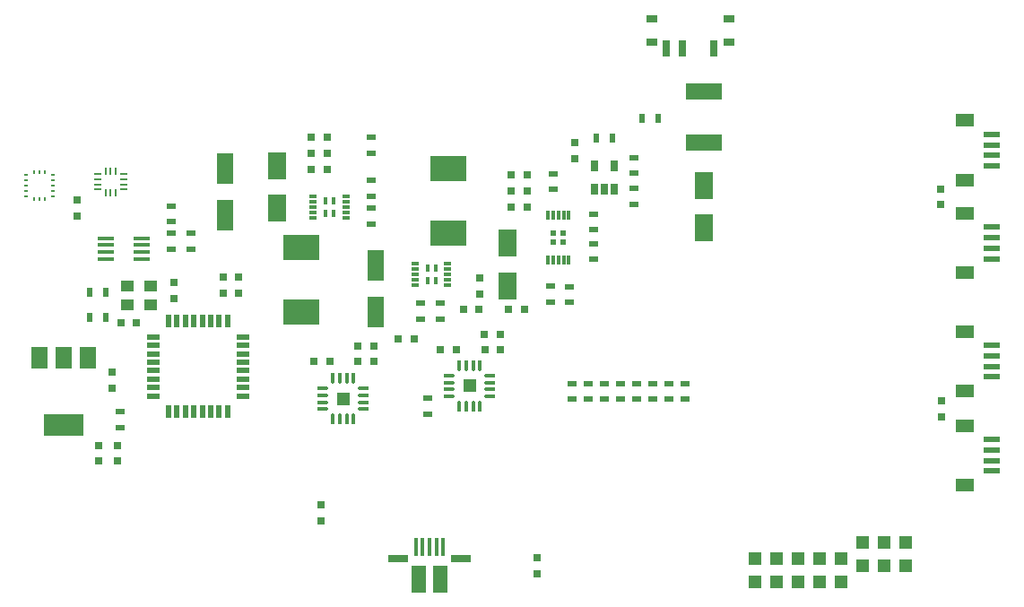
<source format=gbr>
G04 #@! TF.GenerationSoftware,KiCad,Pcbnew,(5.0.0)*
G04 #@! TF.CreationDate,2020-08-12T20:03:17-04:00*
G04 #@! TF.ProjectId,Temple_RPi_HAT,54656D706C655F5250695F4841542E6B,rev?*
G04 #@! TF.SameCoordinates,Original*
G04 #@! TF.FileFunction,Paste,Top*
G04 #@! TF.FilePolarity,Positive*
%FSLAX46Y46*%
G04 Gerber Fmt 4.6, Leading zero omitted, Abs format (unit mm)*
G04 Created by KiCad (PCBNEW (5.0.0)) date 08/12/20 20:03:17*
%MOMM*%
%LPD*%
G01*
G04 APERTURE LIST*
%ADD10R,0.350000X0.825000*%
%ADD11C,0.350000*%
%ADD12R,0.825000X0.350000*%
%ADD13R,1.260000X1.260000*%
%ADD14R,1.200000X1.200000*%
%ADD15R,0.305000X0.890000*%
%ADD16R,0.564000X0.504000*%
%ADD17R,3.500000X1.600000*%
%ADD18R,3.500000X2.350000*%
%ADD19R,0.650000X0.300000*%
%ADD20R,0.465000X0.744000*%
%ADD21R,1.800000X2.500000*%
%ADD22R,0.700000X1.500000*%
%ADD23R,1.000000X0.800000*%
%ADD24R,0.650000X1.060000*%
%ADD25R,3.800000X2.000000*%
%ADD26R,1.500000X2.000000*%
%ADD27R,1.800000X1.200000*%
%ADD28R,1.550000X0.600000*%
%ADD29R,1.425000X2.500000*%
%ADD30R,1.825000X0.700000*%
%ADD31R,0.400000X1.750000*%
%ADD32R,0.500000X0.900000*%
%ADD33R,0.900000X0.500000*%
%ADD34R,0.800000X0.750000*%
%ADD35R,0.750000X0.800000*%
%ADD36R,1.600000X3.000000*%
%ADD37R,0.355600X0.254000*%
%ADD38R,0.254000X0.355600*%
%ADD39R,1.562100X0.355600*%
%ADD40R,0.675000X0.250000*%
%ADD41R,0.250000X0.675000*%
%ADD42R,1.300000X1.000000*%
%ADD43R,1.200000X0.600000*%
%ADD44R,0.600000X1.200000*%
G04 APERTURE END LIST*
D10*
G04 #@! TO.C,U10*
X102254000Y-163478000D03*
D11*
X102254000Y-163065500D03*
D10*
X102904000Y-163478000D03*
D11*
X102904000Y-163065500D03*
D10*
X103554000Y-163478000D03*
D11*
X103554000Y-163065500D03*
D10*
X104204000Y-163478000D03*
D11*
X104204000Y-163065500D03*
D12*
X105216500Y-162465500D03*
D11*
X104804000Y-162465500D03*
D12*
X105216500Y-161815500D03*
D11*
X104804000Y-161815500D03*
D12*
X105216500Y-161165500D03*
D11*
X104804000Y-161165500D03*
D12*
X105216500Y-160515500D03*
D11*
X104804000Y-160515500D03*
D10*
X104204000Y-159503000D03*
D11*
X104204000Y-159915500D03*
D10*
X103554000Y-159503000D03*
D11*
X103554000Y-159915500D03*
D10*
X102904000Y-159503000D03*
D11*
X102904000Y-159915500D03*
D10*
X102254000Y-159503000D03*
D11*
X102254000Y-159915500D03*
D12*
X101241500Y-160515500D03*
D11*
X101654000Y-160515500D03*
D12*
X101241500Y-161165500D03*
D11*
X101654000Y-161165500D03*
D12*
X101241500Y-161815500D03*
D11*
X101654000Y-161815500D03*
D12*
X101241500Y-162465500D03*
D11*
X101654000Y-162465500D03*
D13*
X103229000Y-161490500D03*
G04 #@! TD*
D14*
G04 #@! TO.C,D1*
X156315000Y-175090000D03*
X156315000Y-177290000D03*
G04 #@! TD*
D15*
G04 #@! TO.C,U6*
X122535000Y-148355000D03*
X123035000Y-148355000D03*
X123535000Y-148355000D03*
X124035000Y-148355000D03*
X124535000Y-148355000D03*
X124535000Y-144145000D03*
X124035000Y-144145000D03*
X123535000Y-144145000D03*
X123035000Y-144145000D03*
X122535000Y-144145000D03*
D16*
X124005000Y-145830000D03*
X123065000Y-145830000D03*
X124005000Y-146670000D03*
X123065000Y-146670000D03*
G04 #@! TD*
D14*
G04 #@! TO.C,D6*
X146155000Y-176614000D03*
X146155000Y-178814000D03*
G04 #@! TD*
G04 #@! TO.C,D7*
X144123000Y-176614000D03*
X144123000Y-178814000D03*
G04 #@! TD*
G04 #@! TO.C,D9*
X142091000Y-176614000D03*
X142091000Y-178814000D03*
G04 #@! TD*
G04 #@! TO.C,D10*
X150219000Y-176614000D03*
X150219000Y-178814000D03*
G04 #@! TD*
D17*
G04 #@! TO.C,F1*
X137265000Y-132432000D03*
X137265000Y-137312000D03*
G04 #@! TD*
D18*
G04 #@! TO.C,L1*
X99292000Y-153287000D03*
X99292000Y-147237000D03*
G04 #@! TD*
G04 #@! TO.C,L2*
X113135000Y-139761500D03*
X113135000Y-145811500D03*
G04 #@! TD*
D19*
G04 #@! TO.C,U4*
X100402500Y-142396000D03*
X100402500Y-142896000D03*
X100402500Y-143396000D03*
X100402500Y-143896000D03*
X100402500Y-144396000D03*
X103502500Y-144396000D03*
X103502500Y-143896000D03*
X103502500Y-143396000D03*
X103502500Y-142896000D03*
X103502500Y-142396000D03*
D20*
X102340000Y-144016000D03*
X102340000Y-142776000D03*
X101565000Y-144016000D03*
X101565000Y-142776000D03*
G04 #@! TD*
D19*
G04 #@! TO.C,U5*
X113097500Y-150731000D03*
X113097500Y-150231000D03*
X113097500Y-149731000D03*
X113097500Y-149231000D03*
X113097500Y-148731000D03*
X109997500Y-148731000D03*
X109997500Y-149231000D03*
X109997500Y-149731000D03*
X109997500Y-150231000D03*
X109997500Y-150731000D03*
D20*
X111160000Y-149111000D03*
X111160000Y-150351000D03*
X111935000Y-149111000D03*
X111935000Y-150351000D03*
G04 #@! TD*
D14*
G04 #@! TO.C,D2*
X152251000Y-175090000D03*
X152251000Y-177290000D03*
G04 #@! TD*
G04 #@! TO.C,D3*
X154283000Y-175090000D03*
X154283000Y-177290000D03*
G04 #@! TD*
D21*
G04 #@! TO.C,D4*
X97006000Y-139508000D03*
X97006000Y-143508000D03*
G04 #@! TD*
G04 #@! TO.C,D5*
X118723000Y-150810000D03*
X118723000Y-146810000D03*
G04 #@! TD*
G04 #@! TO.C,D8*
X137315000Y-145330000D03*
X137315000Y-141330000D03*
G04 #@! TD*
D22*
G04 #@! TO.C,SW2*
X138245000Y-128428000D03*
X135245000Y-128428000D03*
X133745000Y-128428000D03*
D23*
X139645000Y-125568000D03*
X132345000Y-125568000D03*
X132345000Y-127778000D03*
X139645000Y-127778000D03*
G04 #@! TD*
D24*
G04 #@! TO.C,U7*
X126917000Y-141730000D03*
X127867000Y-141730000D03*
X128817000Y-141730000D03*
X128817000Y-139530000D03*
X126917000Y-139530000D03*
G04 #@! TD*
D25*
G04 #@! TO.C,U8*
X76815000Y-163930000D03*
D26*
X76815000Y-157630000D03*
X74515000Y-157630000D03*
X79115000Y-157630000D03*
G04 #@! TD*
D10*
G04 #@! TO.C,U9*
X114192000Y-162259500D03*
D11*
X114192000Y-161847000D03*
D10*
X114842000Y-162259500D03*
D11*
X114842000Y-161847000D03*
D10*
X115492000Y-162259500D03*
D11*
X115492000Y-161847000D03*
D10*
X116142000Y-162259500D03*
D11*
X116142000Y-161847000D03*
D12*
X117154500Y-161247000D03*
D11*
X116742000Y-161247000D03*
D12*
X117154500Y-160597000D03*
D11*
X116742000Y-160597000D03*
D12*
X117154500Y-159947000D03*
D11*
X116742000Y-159947000D03*
D12*
X117154500Y-159297000D03*
D11*
X116742000Y-159297000D03*
D10*
X116142000Y-158284500D03*
D11*
X116142000Y-158697000D03*
D10*
X115492000Y-158284500D03*
D11*
X115492000Y-158697000D03*
D10*
X114842000Y-158284500D03*
D11*
X114842000Y-158697000D03*
D10*
X114192000Y-158284500D03*
D11*
X114192000Y-158697000D03*
D12*
X113179500Y-159297000D03*
D11*
X113592000Y-159297000D03*
D12*
X113179500Y-159947000D03*
D11*
X113592000Y-159947000D03*
D12*
X113179500Y-160597000D03*
D11*
X113592000Y-160597000D03*
D12*
X113179500Y-161247000D03*
D11*
X113592000Y-161247000D03*
D13*
X115167000Y-160272000D03*
G04 #@! TD*
D27*
G04 #@! TO.C,EN1*
X161909636Y-164016810D03*
X161909636Y-169616810D03*
D28*
X164434636Y-165316810D03*
X164434636Y-166316810D03*
X164434636Y-167316810D03*
X164434636Y-168316810D03*
G04 #@! TD*
D27*
G04 #@! TO.C,EN2*
X161909636Y-155126810D03*
X161909636Y-160726810D03*
D28*
X164434636Y-156426810D03*
X164434636Y-157426810D03*
X164434636Y-158426810D03*
X164434636Y-159426810D03*
G04 #@! TD*
D27*
G04 #@! TO.C,EN3*
X161909636Y-143986810D03*
X161909636Y-149586810D03*
D28*
X164434636Y-145286810D03*
X164434636Y-146286810D03*
X164434636Y-147286810D03*
X164434636Y-148286810D03*
G04 #@! TD*
D27*
G04 #@! TO.C,EN4*
X161909636Y-135211810D03*
X161909636Y-140811810D03*
D28*
X164434636Y-136511810D03*
X164434636Y-137511810D03*
X164434636Y-138511810D03*
X164434636Y-139511810D03*
G04 #@! TD*
D29*
G04 #@! TO.C,J8*
X110376000Y-178532000D03*
D30*
X114366000Y-176572000D03*
D31*
X112676000Y-175457000D03*
X112026000Y-175457000D03*
X111376000Y-175457000D03*
X110726000Y-175457000D03*
X110076000Y-175457000D03*
D30*
X108386000Y-176572000D03*
D29*
X112376000Y-178532000D03*
G04 #@! TD*
D14*
G04 #@! TO.C,D11*
X148187000Y-176614000D03*
X148187000Y-178814000D03*
G04 #@! TD*
D32*
G04 #@! TO.C,R1*
X79315000Y-153830000D03*
X80815000Y-153830000D03*
G04 #@! TD*
G04 #@! TO.C,R2*
X79315000Y-151390000D03*
X80815000Y-151390000D03*
G04 #@! TD*
D33*
G04 #@! TO.C,R3*
X135487000Y-161542000D03*
X135487000Y-160042000D03*
G04 #@! TD*
G04 #@! TO.C,R4*
X129391000Y-160042000D03*
X129391000Y-161542000D03*
G04 #@! TD*
G04 #@! TO.C,R5*
X82147000Y-164185000D03*
X82147000Y-162685000D03*
G04 #@! TD*
G04 #@! TO.C,R29*
X132439000Y-161542000D03*
X132439000Y-160042000D03*
G04 #@! TD*
G04 #@! TO.C,R30*
X105896000Y-142353000D03*
X105896000Y-140853000D03*
G04 #@! TD*
G04 #@! TO.C,R31*
X105896000Y-145008000D03*
X105896000Y-143508000D03*
G04 #@! TD*
G04 #@! TO.C,R32*
X112415000Y-152430000D03*
X112415000Y-153930000D03*
G04 #@! TD*
G04 #@! TO.C,R33*
X110515000Y-153930000D03*
X110515000Y-152430000D03*
G04 #@! TD*
G04 #@! TO.C,R34*
X133963000Y-161542000D03*
X133963000Y-160042000D03*
G04 #@! TD*
G04 #@! TO.C,R35*
X122787000Y-150874000D03*
X122787000Y-152374000D03*
G04 #@! TD*
G04 #@! TO.C,R36*
X124565000Y-150898000D03*
X124565000Y-152398000D03*
G04 #@! TD*
G04 #@! TO.C,R37*
X105896000Y-136801000D03*
X105896000Y-138301000D03*
G04 #@! TD*
D32*
G04 #@! TO.C,R38*
X127129000Y-136904000D03*
X128629000Y-136904000D03*
G04 #@! TD*
D33*
G04 #@! TO.C,R39*
X126851000Y-146834000D03*
X126851000Y-148334000D03*
G04 #@! TD*
G04 #@! TO.C,R40*
X123041000Y-140230000D03*
X123041000Y-141730000D03*
G04 #@! TD*
G04 #@! TO.C,R41*
X126851000Y-144040000D03*
X126851000Y-145540000D03*
G04 #@! TD*
G04 #@! TO.C,R42*
X127867000Y-161542000D03*
X127867000Y-160042000D03*
G04 #@! TD*
G04 #@! TO.C,R43*
X126343000Y-161542000D03*
X126343000Y-160042000D03*
G04 #@! TD*
G04 #@! TO.C,R44*
X130661000Y-141603000D03*
X130661000Y-143103000D03*
G04 #@! TD*
G04 #@! TO.C,R45*
X130661000Y-138706000D03*
X130661000Y-140206000D03*
G04 #@! TD*
G04 #@! TO.C,R46*
X124819000Y-161542000D03*
X124819000Y-160042000D03*
G04 #@! TD*
G04 #@! TO.C,R47*
X130915000Y-161542000D03*
X130915000Y-160042000D03*
G04 #@! TD*
D32*
G04 #@! TO.C,R48*
X131447000Y-134999000D03*
X132947000Y-134999000D03*
G04 #@! TD*
D34*
G04 #@! TO.C,C2*
X101705000Y-136777000D03*
X100205000Y-136777000D03*
G04 #@! TD*
G04 #@! TO.C,C3*
X114565000Y-153080000D03*
X116065000Y-153080000D03*
G04 #@! TD*
G04 #@! TO.C,C4*
X101693000Y-138301000D03*
X100193000Y-138301000D03*
G04 #@! TD*
G04 #@! TO.C,C5*
X120315000Y-153080000D03*
X118815000Y-153080000D03*
G04 #@! TD*
D35*
G04 #@! TO.C,C7*
X116081400Y-150080000D03*
X116081400Y-151580000D03*
G04 #@! TD*
D34*
G04 #@! TO.C,C8*
X109936000Y-155827000D03*
X108436000Y-155827000D03*
G04 #@! TD*
D35*
G04 #@! TO.C,C9*
X125073000Y-137285000D03*
X125073000Y-138785000D03*
G04 #@! TD*
D34*
G04 #@! TO.C,C12*
X119104000Y-143381000D03*
X120604000Y-143381000D03*
G04 #@! TD*
G04 #@! TO.C,C13*
X119116000Y-141857000D03*
X120616000Y-141857000D03*
G04 #@! TD*
G04 #@! TO.C,C14*
X119104000Y-140333000D03*
X120604000Y-140333000D03*
G04 #@! TD*
D36*
G04 #@! TO.C,C10*
X92053000Y-139784000D03*
X92053000Y-144184000D03*
G04 #@! TD*
G04 #@! TO.C,C11*
X106277000Y-153328000D03*
X106277000Y-148928000D03*
G04 #@! TD*
D34*
G04 #@! TO.C,C6*
X101681000Y-139825000D03*
X100181000Y-139825000D03*
G04 #@! TD*
G04 #@! TO.C,C15*
X113897000Y-156843000D03*
X112397000Y-156843000D03*
G04 #@! TD*
G04 #@! TO.C,C16*
X100435000Y-157922500D03*
X101935000Y-157922500D03*
G04 #@! TD*
G04 #@! TO.C,C17*
X118088000Y-156843000D03*
X116588000Y-156843000D03*
G04 #@! TD*
G04 #@! TO.C,C18*
X104586500Y-156525500D03*
X106086500Y-156525500D03*
G04 #@! TD*
G04 #@! TO.C,C19*
X116564000Y-155446000D03*
X118064000Y-155446000D03*
G04 #@! TD*
G04 #@! TO.C,C20*
X104586500Y-157922500D03*
X106086500Y-157922500D03*
G04 #@! TD*
D35*
G04 #@! TO.C,C21*
X159642400Y-141653800D03*
X159642400Y-143153800D03*
G04 #@! TD*
G04 #@! TO.C,C22*
X121555100Y-177989900D03*
X121555100Y-176489900D03*
G04 #@! TD*
G04 #@! TO.C,C23*
X159693200Y-161694400D03*
X159693200Y-163194400D03*
G04 #@! TD*
D33*
G04 #@! TO.C,R8*
X111230000Y-161415000D03*
X111230000Y-162915000D03*
G04 #@! TD*
D35*
G04 #@! TO.C,C1*
X78083000Y-142746000D03*
X78083000Y-144246000D03*
G04 #@! TD*
G04 #@! TO.C,C24*
X91865000Y-149980000D03*
X91865000Y-151480000D03*
G04 #@! TD*
G04 #@! TO.C,C25*
X101165000Y-172980000D03*
X101165000Y-171480000D03*
G04 #@! TD*
G04 #@! TO.C,C26*
X93365000Y-151480000D03*
X93365000Y-149980000D03*
G04 #@! TD*
G04 #@! TO.C,C27*
X81385000Y-160502000D03*
X81385000Y-159002000D03*
G04 #@! TD*
G04 #@! TO.C,C28*
X81893000Y-167384000D03*
X81893000Y-165884000D03*
G04 #@! TD*
G04 #@! TO.C,C29*
X80115000Y-165884000D03*
X80115000Y-167384000D03*
G04 #@! TD*
D37*
G04 #@! TO.C,U1*
X73295000Y-140329999D03*
X73295000Y-140830001D03*
X73295000Y-141330000D03*
X73295000Y-141829999D03*
X73295000Y-142330001D03*
D38*
X74065001Y-142600000D03*
X74565000Y-142600000D03*
X75064999Y-142600000D03*
D37*
X75835000Y-142330001D03*
X75835000Y-141829999D03*
X75835000Y-141330000D03*
X75835000Y-140830001D03*
X75835000Y-140329999D03*
D38*
X75064999Y-140060000D03*
X74565000Y-140060000D03*
X74065001Y-140060000D03*
G04 #@! TD*
D39*
G04 #@! TO.C,U3*
X80824100Y-146330002D03*
X80824100Y-146980000D03*
X80824100Y-147630002D03*
X80824100Y-148280000D03*
X84215000Y-148280000D03*
X84215000Y-147630002D03*
X84215000Y-146980000D03*
X84215000Y-146330002D03*
G04 #@! TD*
D35*
G04 #@! TO.C,C30*
X87215000Y-150530000D03*
X87215000Y-152030000D03*
G04 #@! TD*
D34*
G04 #@! TO.C,C31*
X83715000Y-154330000D03*
X82215000Y-154330000D03*
G04 #@! TD*
D33*
G04 #@! TO.C,R6*
X86965000Y-144780000D03*
X86965000Y-143280000D03*
G04 #@! TD*
G04 #@! TO.C,R7*
X86965000Y-145830000D03*
X86965000Y-147330000D03*
G04 #@! TD*
G04 #@! TO.C,R9*
X88815000Y-147330000D03*
X88815000Y-145830000D03*
G04 #@! TD*
D40*
G04 #@! TO.C,U11*
X82527500Y-140230000D03*
X82527500Y-140730000D03*
X82527500Y-141230000D03*
X82527500Y-141730000D03*
X80002500Y-141730000D03*
X80002500Y-141230000D03*
X80002500Y-140730000D03*
X80002500Y-140230000D03*
D41*
X81765000Y-141992500D03*
X81265000Y-141992500D03*
X80765000Y-141992500D03*
X81765000Y-139967500D03*
X80765000Y-139967500D03*
X81265000Y-139967500D03*
G04 #@! TD*
D42*
G04 #@! TO.C,Y1*
X85015000Y-152630000D03*
X82815000Y-152630000D03*
X82815000Y-150830000D03*
X85015000Y-150830000D03*
G04 #@! TD*
D43*
G04 #@! TO.C,U2*
X93765000Y-155630000D03*
X93765000Y-156430000D03*
X93765000Y-157230000D03*
X93765000Y-158030000D03*
X93765000Y-158830000D03*
X93765000Y-159630000D03*
X93765000Y-160430000D03*
X93765000Y-161230000D03*
D44*
X92315000Y-162680000D03*
X91515000Y-162680000D03*
X90715000Y-162680000D03*
X89915000Y-162680000D03*
X89115000Y-162680000D03*
X88315000Y-162680000D03*
X87515000Y-162680000D03*
X86715000Y-162680000D03*
D43*
X85265000Y-161230000D03*
X85265000Y-160430000D03*
X85265000Y-159630000D03*
X85265000Y-158830000D03*
X85265000Y-158030000D03*
X85265000Y-157230000D03*
X85265000Y-156430000D03*
X85265000Y-155630000D03*
D44*
X86715000Y-154180000D03*
X87515000Y-154180000D03*
X88315000Y-154180000D03*
X89115000Y-154180000D03*
X89915000Y-154180000D03*
X90715000Y-154180000D03*
X91515000Y-154180000D03*
X92315000Y-154180000D03*
G04 #@! TD*
M02*

</source>
